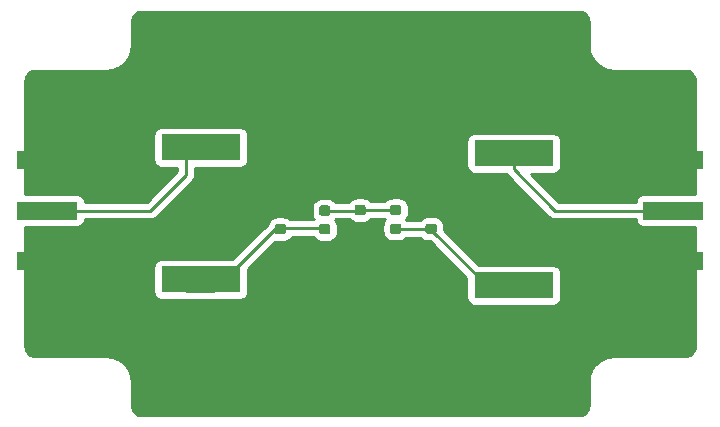
<source format=gtl>
G04 #@! TF.GenerationSoftware,KiCad,Pcbnew,(5.1.0)-1*
G04 #@! TF.CreationDate,2019-05-10T18:53:53+02:00*
G04 #@! TF.ProjectId,30mhzLP,33306d68-7a4c-4502-9e6b-696361645f70,rev?*
G04 #@! TF.SameCoordinates,Original*
G04 #@! TF.FileFunction,Copper,L1,Top*
G04 #@! TF.FilePolarity,Positive*
%FSLAX46Y46*%
G04 Gerber Fmt 4.6, Leading zero omitted, Abs format (unit mm)*
G04 Created by KiCad (PCBNEW (5.1.0)-1) date 2019-05-10 18:53:53*
%MOMM*%
%LPD*%
G04 APERTURE LIST*
%ADD10R,6.730000X2.160000*%
%ADD11C,0.100000*%
%ADD12C,0.875000*%
%ADD13R,5.080000X1.500000*%
%ADD14C,0.800000*%
%ADD15C,0.250000*%
%ADD16C,0.254000*%
G04 APERTURE END LIST*
D10*
X158000000Y-107660000D03*
X158000000Y-118840000D03*
X131500000Y-118340000D03*
X131500000Y-107160000D03*
D11*
G36*
X148277691Y-113601053D02*
G01*
X148298926Y-113604203D01*
X148319750Y-113609419D01*
X148339962Y-113616651D01*
X148359368Y-113625830D01*
X148377781Y-113636866D01*
X148395024Y-113649654D01*
X148410930Y-113664070D01*
X148425346Y-113679976D01*
X148438134Y-113697219D01*
X148449170Y-113715632D01*
X148458349Y-113735038D01*
X148465581Y-113755250D01*
X148470797Y-113776074D01*
X148473947Y-113797309D01*
X148475000Y-113818750D01*
X148475000Y-114256250D01*
X148473947Y-114277691D01*
X148470797Y-114298926D01*
X148465581Y-114319750D01*
X148458349Y-114339962D01*
X148449170Y-114359368D01*
X148438134Y-114377781D01*
X148425346Y-114395024D01*
X148410930Y-114410930D01*
X148395024Y-114425346D01*
X148377781Y-114438134D01*
X148359368Y-114449170D01*
X148339962Y-114458349D01*
X148319750Y-114465581D01*
X148298926Y-114470797D01*
X148277691Y-114473947D01*
X148256250Y-114475000D01*
X147743750Y-114475000D01*
X147722309Y-114473947D01*
X147701074Y-114470797D01*
X147680250Y-114465581D01*
X147660038Y-114458349D01*
X147640632Y-114449170D01*
X147622219Y-114438134D01*
X147604976Y-114425346D01*
X147589070Y-114410930D01*
X147574654Y-114395024D01*
X147561866Y-114377781D01*
X147550830Y-114359368D01*
X147541651Y-114339962D01*
X147534419Y-114319750D01*
X147529203Y-114298926D01*
X147526053Y-114277691D01*
X147525000Y-114256250D01*
X147525000Y-113818750D01*
X147526053Y-113797309D01*
X147529203Y-113776074D01*
X147534419Y-113755250D01*
X147541651Y-113735038D01*
X147550830Y-113715632D01*
X147561866Y-113697219D01*
X147574654Y-113679976D01*
X147589070Y-113664070D01*
X147604976Y-113649654D01*
X147622219Y-113636866D01*
X147640632Y-113625830D01*
X147660038Y-113616651D01*
X147680250Y-113609419D01*
X147701074Y-113604203D01*
X147722309Y-113601053D01*
X147743750Y-113600000D01*
X148256250Y-113600000D01*
X148277691Y-113601053D01*
X148277691Y-113601053D01*
G37*
D12*
X148000000Y-114037500D03*
D11*
G36*
X148277691Y-112026053D02*
G01*
X148298926Y-112029203D01*
X148319750Y-112034419D01*
X148339962Y-112041651D01*
X148359368Y-112050830D01*
X148377781Y-112061866D01*
X148395024Y-112074654D01*
X148410930Y-112089070D01*
X148425346Y-112104976D01*
X148438134Y-112122219D01*
X148449170Y-112140632D01*
X148458349Y-112160038D01*
X148465581Y-112180250D01*
X148470797Y-112201074D01*
X148473947Y-112222309D01*
X148475000Y-112243750D01*
X148475000Y-112681250D01*
X148473947Y-112702691D01*
X148470797Y-112723926D01*
X148465581Y-112744750D01*
X148458349Y-112764962D01*
X148449170Y-112784368D01*
X148438134Y-112802781D01*
X148425346Y-112820024D01*
X148410930Y-112835930D01*
X148395024Y-112850346D01*
X148377781Y-112863134D01*
X148359368Y-112874170D01*
X148339962Y-112883349D01*
X148319750Y-112890581D01*
X148298926Y-112895797D01*
X148277691Y-112898947D01*
X148256250Y-112900000D01*
X147743750Y-112900000D01*
X147722309Y-112898947D01*
X147701074Y-112895797D01*
X147680250Y-112890581D01*
X147660038Y-112883349D01*
X147640632Y-112874170D01*
X147622219Y-112863134D01*
X147604976Y-112850346D01*
X147589070Y-112835930D01*
X147574654Y-112820024D01*
X147561866Y-112802781D01*
X147550830Y-112784368D01*
X147541651Y-112764962D01*
X147534419Y-112744750D01*
X147529203Y-112723926D01*
X147526053Y-112702691D01*
X147525000Y-112681250D01*
X147525000Y-112243750D01*
X147526053Y-112222309D01*
X147529203Y-112201074D01*
X147534419Y-112180250D01*
X147541651Y-112160038D01*
X147550830Y-112140632D01*
X147561866Y-112122219D01*
X147574654Y-112104976D01*
X147589070Y-112089070D01*
X147604976Y-112074654D01*
X147622219Y-112061866D01*
X147640632Y-112050830D01*
X147660038Y-112041651D01*
X147680250Y-112034419D01*
X147701074Y-112029203D01*
X147722309Y-112026053D01*
X147743750Y-112025000D01*
X148256250Y-112025000D01*
X148277691Y-112026053D01*
X148277691Y-112026053D01*
G37*
D12*
X148000000Y-112462500D03*
D11*
G36*
X142277691Y-112063553D02*
G01*
X142298926Y-112066703D01*
X142319750Y-112071919D01*
X142339962Y-112079151D01*
X142359368Y-112088330D01*
X142377781Y-112099366D01*
X142395024Y-112112154D01*
X142410930Y-112126570D01*
X142425346Y-112142476D01*
X142438134Y-112159719D01*
X142449170Y-112178132D01*
X142458349Y-112197538D01*
X142465581Y-112217750D01*
X142470797Y-112238574D01*
X142473947Y-112259809D01*
X142475000Y-112281250D01*
X142475000Y-112718750D01*
X142473947Y-112740191D01*
X142470797Y-112761426D01*
X142465581Y-112782250D01*
X142458349Y-112802462D01*
X142449170Y-112821868D01*
X142438134Y-112840281D01*
X142425346Y-112857524D01*
X142410930Y-112873430D01*
X142395024Y-112887846D01*
X142377781Y-112900634D01*
X142359368Y-112911670D01*
X142339962Y-112920849D01*
X142319750Y-112928081D01*
X142298926Y-112933297D01*
X142277691Y-112936447D01*
X142256250Y-112937500D01*
X141743750Y-112937500D01*
X141722309Y-112936447D01*
X141701074Y-112933297D01*
X141680250Y-112928081D01*
X141660038Y-112920849D01*
X141640632Y-112911670D01*
X141622219Y-112900634D01*
X141604976Y-112887846D01*
X141589070Y-112873430D01*
X141574654Y-112857524D01*
X141561866Y-112840281D01*
X141550830Y-112821868D01*
X141541651Y-112802462D01*
X141534419Y-112782250D01*
X141529203Y-112761426D01*
X141526053Y-112740191D01*
X141525000Y-112718750D01*
X141525000Y-112281250D01*
X141526053Y-112259809D01*
X141529203Y-112238574D01*
X141534419Y-112217750D01*
X141541651Y-112197538D01*
X141550830Y-112178132D01*
X141561866Y-112159719D01*
X141574654Y-112142476D01*
X141589070Y-112126570D01*
X141604976Y-112112154D01*
X141622219Y-112099366D01*
X141640632Y-112088330D01*
X141660038Y-112079151D01*
X141680250Y-112071919D01*
X141701074Y-112066703D01*
X141722309Y-112063553D01*
X141743750Y-112062500D01*
X142256250Y-112062500D01*
X142277691Y-112063553D01*
X142277691Y-112063553D01*
G37*
D12*
X142000000Y-112500000D03*
D11*
G36*
X142277691Y-113638553D02*
G01*
X142298926Y-113641703D01*
X142319750Y-113646919D01*
X142339962Y-113654151D01*
X142359368Y-113663330D01*
X142377781Y-113674366D01*
X142395024Y-113687154D01*
X142410930Y-113701570D01*
X142425346Y-113717476D01*
X142438134Y-113734719D01*
X142449170Y-113753132D01*
X142458349Y-113772538D01*
X142465581Y-113792750D01*
X142470797Y-113813574D01*
X142473947Y-113834809D01*
X142475000Y-113856250D01*
X142475000Y-114293750D01*
X142473947Y-114315191D01*
X142470797Y-114336426D01*
X142465581Y-114357250D01*
X142458349Y-114377462D01*
X142449170Y-114396868D01*
X142438134Y-114415281D01*
X142425346Y-114432524D01*
X142410930Y-114448430D01*
X142395024Y-114462846D01*
X142377781Y-114475634D01*
X142359368Y-114486670D01*
X142339962Y-114495849D01*
X142319750Y-114503081D01*
X142298926Y-114508297D01*
X142277691Y-114511447D01*
X142256250Y-114512500D01*
X141743750Y-114512500D01*
X141722309Y-114511447D01*
X141701074Y-114508297D01*
X141680250Y-114503081D01*
X141660038Y-114495849D01*
X141640632Y-114486670D01*
X141622219Y-114475634D01*
X141604976Y-114462846D01*
X141589070Y-114448430D01*
X141574654Y-114432524D01*
X141561866Y-114415281D01*
X141550830Y-114396868D01*
X141541651Y-114377462D01*
X141534419Y-114357250D01*
X141529203Y-114336426D01*
X141526053Y-114315191D01*
X141525000Y-114293750D01*
X141525000Y-113856250D01*
X141526053Y-113834809D01*
X141529203Y-113813574D01*
X141534419Y-113792750D01*
X141541651Y-113772538D01*
X141550830Y-113753132D01*
X141561866Y-113734719D01*
X141574654Y-113717476D01*
X141589070Y-113701570D01*
X141604976Y-113687154D01*
X141622219Y-113674366D01*
X141640632Y-113663330D01*
X141660038Y-113654151D01*
X141680250Y-113646919D01*
X141701074Y-113641703D01*
X141722309Y-113638553D01*
X141743750Y-113637500D01*
X142256250Y-113637500D01*
X142277691Y-113638553D01*
X142277691Y-113638553D01*
G37*
D12*
X142000000Y-114075000D03*
D13*
X171500000Y-112500000D03*
X171500000Y-108250000D03*
X171500000Y-116750000D03*
X118500000Y-112500000D03*
X118500000Y-116750000D03*
X118500000Y-108250000D03*
D11*
G36*
X151277691Y-112026053D02*
G01*
X151298926Y-112029203D01*
X151319750Y-112034419D01*
X151339962Y-112041651D01*
X151359368Y-112050830D01*
X151377781Y-112061866D01*
X151395024Y-112074654D01*
X151410930Y-112089070D01*
X151425346Y-112104976D01*
X151438134Y-112122219D01*
X151449170Y-112140632D01*
X151458349Y-112160038D01*
X151465581Y-112180250D01*
X151470797Y-112201074D01*
X151473947Y-112222309D01*
X151475000Y-112243750D01*
X151475000Y-112681250D01*
X151473947Y-112702691D01*
X151470797Y-112723926D01*
X151465581Y-112744750D01*
X151458349Y-112764962D01*
X151449170Y-112784368D01*
X151438134Y-112802781D01*
X151425346Y-112820024D01*
X151410930Y-112835930D01*
X151395024Y-112850346D01*
X151377781Y-112863134D01*
X151359368Y-112874170D01*
X151339962Y-112883349D01*
X151319750Y-112890581D01*
X151298926Y-112895797D01*
X151277691Y-112898947D01*
X151256250Y-112900000D01*
X150743750Y-112900000D01*
X150722309Y-112898947D01*
X150701074Y-112895797D01*
X150680250Y-112890581D01*
X150660038Y-112883349D01*
X150640632Y-112874170D01*
X150622219Y-112863134D01*
X150604976Y-112850346D01*
X150589070Y-112835930D01*
X150574654Y-112820024D01*
X150561866Y-112802781D01*
X150550830Y-112784368D01*
X150541651Y-112764962D01*
X150534419Y-112744750D01*
X150529203Y-112723926D01*
X150526053Y-112702691D01*
X150525000Y-112681250D01*
X150525000Y-112243750D01*
X150526053Y-112222309D01*
X150529203Y-112201074D01*
X150534419Y-112180250D01*
X150541651Y-112160038D01*
X150550830Y-112140632D01*
X150561866Y-112122219D01*
X150574654Y-112104976D01*
X150589070Y-112089070D01*
X150604976Y-112074654D01*
X150622219Y-112061866D01*
X150640632Y-112050830D01*
X150660038Y-112041651D01*
X150680250Y-112034419D01*
X150701074Y-112029203D01*
X150722309Y-112026053D01*
X150743750Y-112025000D01*
X151256250Y-112025000D01*
X151277691Y-112026053D01*
X151277691Y-112026053D01*
G37*
D12*
X151000000Y-112462500D03*
D11*
G36*
X151277691Y-113601053D02*
G01*
X151298926Y-113604203D01*
X151319750Y-113609419D01*
X151339962Y-113616651D01*
X151359368Y-113625830D01*
X151377781Y-113636866D01*
X151395024Y-113649654D01*
X151410930Y-113664070D01*
X151425346Y-113679976D01*
X151438134Y-113697219D01*
X151449170Y-113715632D01*
X151458349Y-113735038D01*
X151465581Y-113755250D01*
X151470797Y-113776074D01*
X151473947Y-113797309D01*
X151475000Y-113818750D01*
X151475000Y-114256250D01*
X151473947Y-114277691D01*
X151470797Y-114298926D01*
X151465581Y-114319750D01*
X151458349Y-114339962D01*
X151449170Y-114359368D01*
X151438134Y-114377781D01*
X151425346Y-114395024D01*
X151410930Y-114410930D01*
X151395024Y-114425346D01*
X151377781Y-114438134D01*
X151359368Y-114449170D01*
X151339962Y-114458349D01*
X151319750Y-114465581D01*
X151298926Y-114470797D01*
X151277691Y-114473947D01*
X151256250Y-114475000D01*
X150743750Y-114475000D01*
X150722309Y-114473947D01*
X150701074Y-114470797D01*
X150680250Y-114465581D01*
X150660038Y-114458349D01*
X150640632Y-114449170D01*
X150622219Y-114438134D01*
X150604976Y-114425346D01*
X150589070Y-114410930D01*
X150574654Y-114395024D01*
X150561866Y-114377781D01*
X150550830Y-114359368D01*
X150541651Y-114339962D01*
X150534419Y-114319750D01*
X150529203Y-114298926D01*
X150526053Y-114277691D01*
X150525000Y-114256250D01*
X150525000Y-113818750D01*
X150526053Y-113797309D01*
X150529203Y-113776074D01*
X150534419Y-113755250D01*
X150541651Y-113735038D01*
X150550830Y-113715632D01*
X150561866Y-113697219D01*
X150574654Y-113679976D01*
X150589070Y-113664070D01*
X150604976Y-113649654D01*
X150622219Y-113636866D01*
X150640632Y-113625830D01*
X150660038Y-113616651D01*
X150680250Y-113609419D01*
X150701074Y-113604203D01*
X150722309Y-113601053D01*
X150743750Y-113600000D01*
X151256250Y-113600000D01*
X151277691Y-113601053D01*
X151277691Y-113601053D01*
G37*
D12*
X151000000Y-114037500D03*
D11*
G36*
X145277691Y-113601053D02*
G01*
X145298926Y-113604203D01*
X145319750Y-113609419D01*
X145339962Y-113616651D01*
X145359368Y-113625830D01*
X145377781Y-113636866D01*
X145395024Y-113649654D01*
X145410930Y-113664070D01*
X145425346Y-113679976D01*
X145438134Y-113697219D01*
X145449170Y-113715632D01*
X145458349Y-113735038D01*
X145465581Y-113755250D01*
X145470797Y-113776074D01*
X145473947Y-113797309D01*
X145475000Y-113818750D01*
X145475000Y-114256250D01*
X145473947Y-114277691D01*
X145470797Y-114298926D01*
X145465581Y-114319750D01*
X145458349Y-114339962D01*
X145449170Y-114359368D01*
X145438134Y-114377781D01*
X145425346Y-114395024D01*
X145410930Y-114410930D01*
X145395024Y-114425346D01*
X145377781Y-114438134D01*
X145359368Y-114449170D01*
X145339962Y-114458349D01*
X145319750Y-114465581D01*
X145298926Y-114470797D01*
X145277691Y-114473947D01*
X145256250Y-114475000D01*
X144743750Y-114475000D01*
X144722309Y-114473947D01*
X144701074Y-114470797D01*
X144680250Y-114465581D01*
X144660038Y-114458349D01*
X144640632Y-114449170D01*
X144622219Y-114438134D01*
X144604976Y-114425346D01*
X144589070Y-114410930D01*
X144574654Y-114395024D01*
X144561866Y-114377781D01*
X144550830Y-114359368D01*
X144541651Y-114339962D01*
X144534419Y-114319750D01*
X144529203Y-114298926D01*
X144526053Y-114277691D01*
X144525000Y-114256250D01*
X144525000Y-113818750D01*
X144526053Y-113797309D01*
X144529203Y-113776074D01*
X144534419Y-113755250D01*
X144541651Y-113735038D01*
X144550830Y-113715632D01*
X144561866Y-113697219D01*
X144574654Y-113679976D01*
X144589070Y-113664070D01*
X144604976Y-113649654D01*
X144622219Y-113636866D01*
X144640632Y-113625830D01*
X144660038Y-113616651D01*
X144680250Y-113609419D01*
X144701074Y-113604203D01*
X144722309Y-113601053D01*
X144743750Y-113600000D01*
X145256250Y-113600000D01*
X145277691Y-113601053D01*
X145277691Y-113601053D01*
G37*
D12*
X145000000Y-114037500D03*
D11*
G36*
X145277691Y-112026053D02*
G01*
X145298926Y-112029203D01*
X145319750Y-112034419D01*
X145339962Y-112041651D01*
X145359368Y-112050830D01*
X145377781Y-112061866D01*
X145395024Y-112074654D01*
X145410930Y-112089070D01*
X145425346Y-112104976D01*
X145438134Y-112122219D01*
X145449170Y-112140632D01*
X145458349Y-112160038D01*
X145465581Y-112180250D01*
X145470797Y-112201074D01*
X145473947Y-112222309D01*
X145475000Y-112243750D01*
X145475000Y-112681250D01*
X145473947Y-112702691D01*
X145470797Y-112723926D01*
X145465581Y-112744750D01*
X145458349Y-112764962D01*
X145449170Y-112784368D01*
X145438134Y-112802781D01*
X145425346Y-112820024D01*
X145410930Y-112835930D01*
X145395024Y-112850346D01*
X145377781Y-112863134D01*
X145359368Y-112874170D01*
X145339962Y-112883349D01*
X145319750Y-112890581D01*
X145298926Y-112895797D01*
X145277691Y-112898947D01*
X145256250Y-112900000D01*
X144743750Y-112900000D01*
X144722309Y-112898947D01*
X144701074Y-112895797D01*
X144680250Y-112890581D01*
X144660038Y-112883349D01*
X144640632Y-112874170D01*
X144622219Y-112863134D01*
X144604976Y-112850346D01*
X144589070Y-112835930D01*
X144574654Y-112820024D01*
X144561866Y-112802781D01*
X144550830Y-112784368D01*
X144541651Y-112764962D01*
X144534419Y-112744750D01*
X144529203Y-112723926D01*
X144526053Y-112702691D01*
X144525000Y-112681250D01*
X144525000Y-112243750D01*
X144526053Y-112222309D01*
X144529203Y-112201074D01*
X144534419Y-112180250D01*
X144541651Y-112160038D01*
X144550830Y-112140632D01*
X144561866Y-112122219D01*
X144574654Y-112104976D01*
X144589070Y-112089070D01*
X144604976Y-112074654D01*
X144622219Y-112061866D01*
X144640632Y-112050830D01*
X144660038Y-112041651D01*
X144680250Y-112034419D01*
X144701074Y-112029203D01*
X144722309Y-112026053D01*
X144743750Y-112025000D01*
X145256250Y-112025000D01*
X145277691Y-112026053D01*
X145277691Y-112026053D01*
G37*
D12*
X145000000Y-112462500D03*
D11*
G36*
X138527691Y-112063553D02*
G01*
X138548926Y-112066703D01*
X138569750Y-112071919D01*
X138589962Y-112079151D01*
X138609368Y-112088330D01*
X138627781Y-112099366D01*
X138645024Y-112112154D01*
X138660930Y-112126570D01*
X138675346Y-112142476D01*
X138688134Y-112159719D01*
X138699170Y-112178132D01*
X138708349Y-112197538D01*
X138715581Y-112217750D01*
X138720797Y-112238574D01*
X138723947Y-112259809D01*
X138725000Y-112281250D01*
X138725000Y-112718750D01*
X138723947Y-112740191D01*
X138720797Y-112761426D01*
X138715581Y-112782250D01*
X138708349Y-112802462D01*
X138699170Y-112821868D01*
X138688134Y-112840281D01*
X138675346Y-112857524D01*
X138660930Y-112873430D01*
X138645024Y-112887846D01*
X138627781Y-112900634D01*
X138609368Y-112911670D01*
X138589962Y-112920849D01*
X138569750Y-112928081D01*
X138548926Y-112933297D01*
X138527691Y-112936447D01*
X138506250Y-112937500D01*
X137993750Y-112937500D01*
X137972309Y-112936447D01*
X137951074Y-112933297D01*
X137930250Y-112928081D01*
X137910038Y-112920849D01*
X137890632Y-112911670D01*
X137872219Y-112900634D01*
X137854976Y-112887846D01*
X137839070Y-112873430D01*
X137824654Y-112857524D01*
X137811866Y-112840281D01*
X137800830Y-112821868D01*
X137791651Y-112802462D01*
X137784419Y-112782250D01*
X137779203Y-112761426D01*
X137776053Y-112740191D01*
X137775000Y-112718750D01*
X137775000Y-112281250D01*
X137776053Y-112259809D01*
X137779203Y-112238574D01*
X137784419Y-112217750D01*
X137791651Y-112197538D01*
X137800830Y-112178132D01*
X137811866Y-112159719D01*
X137824654Y-112142476D01*
X137839070Y-112126570D01*
X137854976Y-112112154D01*
X137872219Y-112099366D01*
X137890632Y-112088330D01*
X137910038Y-112079151D01*
X137930250Y-112071919D01*
X137951074Y-112066703D01*
X137972309Y-112063553D01*
X137993750Y-112062500D01*
X138506250Y-112062500D01*
X138527691Y-112063553D01*
X138527691Y-112063553D01*
G37*
D12*
X138250000Y-112500000D03*
D11*
G36*
X138527691Y-113638553D02*
G01*
X138548926Y-113641703D01*
X138569750Y-113646919D01*
X138589962Y-113654151D01*
X138609368Y-113663330D01*
X138627781Y-113674366D01*
X138645024Y-113687154D01*
X138660930Y-113701570D01*
X138675346Y-113717476D01*
X138688134Y-113734719D01*
X138699170Y-113753132D01*
X138708349Y-113772538D01*
X138715581Y-113792750D01*
X138720797Y-113813574D01*
X138723947Y-113834809D01*
X138725000Y-113856250D01*
X138725000Y-114293750D01*
X138723947Y-114315191D01*
X138720797Y-114336426D01*
X138715581Y-114357250D01*
X138708349Y-114377462D01*
X138699170Y-114396868D01*
X138688134Y-114415281D01*
X138675346Y-114432524D01*
X138660930Y-114448430D01*
X138645024Y-114462846D01*
X138627781Y-114475634D01*
X138609368Y-114486670D01*
X138589962Y-114495849D01*
X138569750Y-114503081D01*
X138548926Y-114508297D01*
X138527691Y-114511447D01*
X138506250Y-114512500D01*
X137993750Y-114512500D01*
X137972309Y-114511447D01*
X137951074Y-114508297D01*
X137930250Y-114503081D01*
X137910038Y-114495849D01*
X137890632Y-114486670D01*
X137872219Y-114475634D01*
X137854976Y-114462846D01*
X137839070Y-114448430D01*
X137824654Y-114432524D01*
X137811866Y-114415281D01*
X137800830Y-114396868D01*
X137791651Y-114377462D01*
X137784419Y-114357250D01*
X137779203Y-114336426D01*
X137776053Y-114315191D01*
X137775000Y-114293750D01*
X137775000Y-113856250D01*
X137776053Y-113834809D01*
X137779203Y-113813574D01*
X137784419Y-113792750D01*
X137791651Y-113772538D01*
X137800830Y-113753132D01*
X137811866Y-113734719D01*
X137824654Y-113717476D01*
X137839070Y-113701570D01*
X137854976Y-113687154D01*
X137872219Y-113674366D01*
X137890632Y-113663330D01*
X137910038Y-113654151D01*
X137930250Y-113646919D01*
X137951074Y-113641703D01*
X137972309Y-113638553D01*
X137993750Y-113637500D01*
X138506250Y-113637500D01*
X138527691Y-113638553D01*
X138527691Y-113638553D01*
G37*
D12*
X138250000Y-114075000D03*
D14*
X162000000Y-97000000D03*
X164000000Y-101000000D03*
X168000000Y-102000000D03*
X172000000Y-102000000D03*
X172000000Y-106000000D03*
X169000000Y-106000000D03*
X167000000Y-108000000D03*
X167000000Y-111000000D03*
X164000000Y-111000000D03*
X164000000Y-114000000D03*
X167000000Y-114000000D03*
X167000000Y-117000000D03*
X169000000Y-119000000D03*
X172000000Y-119000000D03*
X172000000Y-123000000D03*
X166000000Y-123000000D03*
X163000000Y-125000000D03*
X163000000Y-129000000D03*
X159000000Y-129000000D03*
X155000000Y-129000000D03*
X151000000Y-129000000D03*
X147000000Y-129000000D03*
X143000000Y-129000000D03*
X139000000Y-129000000D03*
X135000000Y-129000000D03*
X131000000Y-129000000D03*
X127000000Y-129000000D03*
X126000000Y-126000000D03*
X124000000Y-124000000D03*
X120000000Y-124000000D03*
X117000000Y-123000000D03*
X117000000Y-119000000D03*
X120000000Y-119000000D03*
X123000000Y-117000000D03*
X123000000Y-114000000D03*
X126000000Y-114000000D03*
X126000000Y-111000000D03*
X123000000Y-111000000D03*
X123000000Y-108000000D03*
X120000000Y-106000000D03*
X117000000Y-106000000D03*
X117000000Y-102000000D03*
X120000000Y-101000000D03*
X124000000Y-101000000D03*
X126000000Y-99000000D03*
X127000000Y-96000000D03*
X131000000Y-96000000D03*
X135000000Y-96000000D03*
X139000000Y-96000000D03*
X143000000Y-96000000D03*
X147000000Y-96000000D03*
X151000000Y-96000000D03*
X155000000Y-96000000D03*
X159000000Y-96000000D03*
X151000000Y-111000000D03*
X145000000Y-115500000D03*
X138000000Y-111000000D03*
X117000000Y-115000000D03*
X120000000Y-115000000D03*
X120000000Y-110000000D03*
X117000000Y-110000000D03*
X170000000Y-110000000D03*
X173000000Y-110000000D03*
X173000000Y-115000000D03*
X170000000Y-115000000D03*
D15*
X137800000Y-114075000D02*
X138250000Y-114075000D01*
X132535000Y-119340000D02*
X137800000Y-114075000D01*
X130250000Y-119340000D02*
X132535000Y-119340000D01*
X141925000Y-114000000D02*
X142000000Y-114075000D01*
X138250000Y-114075000D02*
X138325000Y-114000000D01*
X138325000Y-114000000D02*
X141925000Y-114000000D01*
X144962500Y-112500000D02*
X145000000Y-112462500D01*
X142000000Y-112500000D02*
X144962500Y-112500000D01*
X145000000Y-112462500D02*
X148000000Y-112462500D01*
X148000000Y-114037500D02*
X150750000Y-114037500D01*
X150912500Y-114037500D02*
X150750000Y-114037500D01*
X155715000Y-118840000D02*
X150912500Y-114037500D01*
X158000000Y-118840000D02*
X155715000Y-118840000D01*
X130250000Y-109490000D02*
X130250000Y-108160000D01*
X127240000Y-112500000D02*
X130250000Y-109490000D01*
X118500000Y-112500000D02*
X124240000Y-112500000D01*
X127240000Y-112500000D02*
X124500000Y-112500000D01*
X124500000Y-112500000D02*
X124000000Y-112500000D01*
X158000000Y-108990000D02*
X158000000Y-107660000D01*
X161510000Y-112500000D02*
X158000000Y-108990000D01*
X169500000Y-112500000D02*
X161510000Y-112500000D01*
X166500000Y-112500000D02*
X173500000Y-112500000D01*
D16*
G36*
X163662540Y-95679102D02*
G01*
X163818894Y-95726308D01*
X163963096Y-95802982D01*
X164089663Y-95906207D01*
X164193769Y-96032051D01*
X164271447Y-96175711D01*
X164319742Y-96331729D01*
X164340000Y-96524473D01*
X164340001Y-98532419D01*
X164342818Y-98561018D01*
X164342753Y-98570288D01*
X164343652Y-98579460D01*
X164374252Y-98870605D01*
X164386283Y-98929217D01*
X164397489Y-98987963D01*
X164400153Y-98996784D01*
X164486721Y-99276440D01*
X164509899Y-99331578D01*
X164532311Y-99387050D01*
X164536638Y-99395186D01*
X164675877Y-99652702D01*
X164709304Y-99702259D01*
X164742080Y-99752347D01*
X164747905Y-99759488D01*
X164934510Y-99985056D01*
X164976965Y-100027215D01*
X165018809Y-100069945D01*
X165025909Y-100075819D01*
X165252773Y-100260845D01*
X165302566Y-100293927D01*
X165351955Y-100327745D01*
X165360061Y-100332127D01*
X165618542Y-100469564D01*
X165673836Y-100492355D01*
X165728829Y-100515925D01*
X165737632Y-100518650D01*
X166017887Y-100603264D01*
X166076564Y-100614882D01*
X166135079Y-100627320D01*
X166144242Y-100628283D01*
X166144244Y-100628283D01*
X166435596Y-100656850D01*
X166435598Y-100656850D01*
X166467581Y-100660000D01*
X172467723Y-100660000D01*
X172662540Y-100679102D01*
X172818894Y-100726308D01*
X172963096Y-100802982D01*
X173089663Y-100906207D01*
X173193769Y-101032051D01*
X173271447Y-101175711D01*
X173319742Y-101331729D01*
X173340000Y-101524473D01*
X173340000Y-111111928D01*
X168960000Y-111111928D01*
X168835518Y-111124188D01*
X168715820Y-111160498D01*
X168605506Y-111219463D01*
X168508815Y-111298815D01*
X168429463Y-111395506D01*
X168370498Y-111505820D01*
X168334188Y-111625518D01*
X168322913Y-111740000D01*
X161824802Y-111740000D01*
X159462873Y-109378072D01*
X161365000Y-109378072D01*
X161489482Y-109365812D01*
X161609180Y-109329502D01*
X161719494Y-109270537D01*
X161816185Y-109191185D01*
X161895537Y-109094494D01*
X161954502Y-108984180D01*
X161990812Y-108864482D01*
X162003072Y-108740000D01*
X162003072Y-106580000D01*
X161990812Y-106455518D01*
X161954502Y-106335820D01*
X161895537Y-106225506D01*
X161816185Y-106128815D01*
X161719494Y-106049463D01*
X161609180Y-105990498D01*
X161489482Y-105954188D01*
X161365000Y-105941928D01*
X154635000Y-105941928D01*
X154510518Y-105954188D01*
X154390820Y-105990498D01*
X154280506Y-106049463D01*
X154183815Y-106128815D01*
X154104463Y-106225506D01*
X154045498Y-106335820D01*
X154009188Y-106455518D01*
X153996928Y-106580000D01*
X153996928Y-108740000D01*
X154009188Y-108864482D01*
X154045498Y-108984180D01*
X154104463Y-109094494D01*
X154183815Y-109191185D01*
X154280506Y-109270537D01*
X154390820Y-109329502D01*
X154510518Y-109365812D01*
X154635000Y-109378072D01*
X157345674Y-109378072D01*
X157365026Y-109414276D01*
X157404871Y-109462826D01*
X157459999Y-109530001D01*
X157489003Y-109553804D01*
X160946201Y-113011003D01*
X160969999Y-113040001D01*
X160998997Y-113063799D01*
X161085724Y-113134974D01*
X161217753Y-113205546D01*
X161361014Y-113249003D01*
X161510000Y-113263677D01*
X161547333Y-113260000D01*
X168322913Y-113260000D01*
X168334188Y-113374482D01*
X168370498Y-113494180D01*
X168429463Y-113604494D01*
X168508815Y-113701185D01*
X168605506Y-113780537D01*
X168715820Y-113839502D01*
X168835518Y-113875812D01*
X168960000Y-113888072D01*
X173340001Y-113888072D01*
X173340001Y-123967712D01*
X173320898Y-124162540D01*
X173273692Y-124318895D01*
X173197018Y-124463096D01*
X173093792Y-124589664D01*
X172967951Y-124693768D01*
X172824289Y-124771447D01*
X172668271Y-124819742D01*
X172475527Y-124840000D01*
X166467581Y-124840000D01*
X166438972Y-124842818D01*
X166429712Y-124842753D01*
X166420541Y-124843652D01*
X166129395Y-124874252D01*
X166070753Y-124886290D01*
X166012037Y-124897490D01*
X166003216Y-124900153D01*
X165723560Y-124986721D01*
X165668422Y-125009899D01*
X165612950Y-125032311D01*
X165604819Y-125036635D01*
X165604815Y-125036637D01*
X165604814Y-125036638D01*
X165347298Y-125175877D01*
X165297749Y-125209299D01*
X165247653Y-125242080D01*
X165240512Y-125247905D01*
X165014945Y-125434510D01*
X164972804Y-125476946D01*
X164930055Y-125518809D01*
X164924181Y-125525909D01*
X164739155Y-125752773D01*
X164706055Y-125802592D01*
X164672256Y-125851955D01*
X164667873Y-125860061D01*
X164530436Y-126118542D01*
X164507645Y-126173836D01*
X164484075Y-126228829D01*
X164481350Y-126237632D01*
X164396736Y-126517886D01*
X164385116Y-126576571D01*
X164372680Y-126635079D01*
X164371717Y-126644244D01*
X164343150Y-126935596D01*
X164343150Y-126935608D01*
X164340001Y-126967581D01*
X164340000Y-128967722D01*
X164320898Y-129162540D01*
X164273692Y-129318895D01*
X164197018Y-129463096D01*
X164093792Y-129589664D01*
X163967951Y-129693768D01*
X163824289Y-129771447D01*
X163668271Y-129819742D01*
X163475527Y-129840000D01*
X126532277Y-129840000D01*
X126337460Y-129820898D01*
X126181105Y-129773692D01*
X126036904Y-129697018D01*
X125910336Y-129593792D01*
X125806232Y-129467951D01*
X125728553Y-129324289D01*
X125680258Y-129168271D01*
X125660000Y-128975527D01*
X125660000Y-126967581D01*
X125657182Y-126938972D01*
X125657247Y-126929712D01*
X125656348Y-126920541D01*
X125625748Y-126629395D01*
X125613710Y-126570753D01*
X125602510Y-126512037D01*
X125599847Y-126503216D01*
X125513279Y-126223560D01*
X125490101Y-126168422D01*
X125467689Y-126112950D01*
X125463362Y-126104814D01*
X125324123Y-125847298D01*
X125290701Y-125797749D01*
X125257920Y-125747653D01*
X125252095Y-125740512D01*
X125065490Y-125514945D01*
X125023054Y-125472804D01*
X124981191Y-125430055D01*
X124974091Y-125424181D01*
X124747227Y-125239155D01*
X124697408Y-125206055D01*
X124648045Y-125172256D01*
X124639939Y-125167873D01*
X124381458Y-125030436D01*
X124326164Y-125007645D01*
X124271171Y-124984075D01*
X124262368Y-124981350D01*
X123982114Y-124896736D01*
X123923429Y-124885116D01*
X123864921Y-124872680D01*
X123855758Y-124871717D01*
X123855756Y-124871717D01*
X123564404Y-124843150D01*
X123564402Y-124843150D01*
X123532419Y-124840000D01*
X117532277Y-124840000D01*
X117337460Y-124820898D01*
X117181105Y-124773692D01*
X117036904Y-124697018D01*
X116910336Y-124593792D01*
X116806232Y-124467951D01*
X116728553Y-124324289D01*
X116680258Y-124168271D01*
X116660000Y-123975527D01*
X116660000Y-117260000D01*
X127496928Y-117260000D01*
X127496928Y-119420000D01*
X127509188Y-119544482D01*
X127545498Y-119664180D01*
X127604463Y-119774494D01*
X127683815Y-119871185D01*
X127780506Y-119950537D01*
X127890820Y-120009502D01*
X128010518Y-120045812D01*
X128135000Y-120058072D01*
X129999046Y-120058072D01*
X130101014Y-120089003D01*
X130212667Y-120100000D01*
X132497678Y-120100000D01*
X132535000Y-120103676D01*
X132572322Y-120100000D01*
X132572333Y-120100000D01*
X132683986Y-120089003D01*
X132785954Y-120058072D01*
X134865000Y-120058072D01*
X134989482Y-120045812D01*
X135109180Y-120009502D01*
X135219494Y-119950537D01*
X135316185Y-119871185D01*
X135395537Y-119774494D01*
X135454502Y-119664180D01*
X135490812Y-119544482D01*
X135503072Y-119420000D01*
X135503072Y-117446730D01*
X137818231Y-115131572D01*
X137826592Y-115134108D01*
X137993750Y-115150572D01*
X138506250Y-115150572D01*
X138673408Y-115134108D01*
X138834142Y-115085350D01*
X138982275Y-115006171D01*
X139112115Y-114899615D01*
X139218671Y-114769775D01*
X139223896Y-114760000D01*
X141026104Y-114760000D01*
X141031329Y-114769775D01*
X141137885Y-114899615D01*
X141267725Y-115006171D01*
X141415858Y-115085350D01*
X141576592Y-115134108D01*
X141743750Y-115150572D01*
X142256250Y-115150572D01*
X142423408Y-115134108D01*
X142584142Y-115085350D01*
X142732275Y-115006171D01*
X142862115Y-114899615D01*
X142968671Y-114769775D01*
X143047850Y-114621642D01*
X143096608Y-114460908D01*
X143113072Y-114293750D01*
X143113072Y-113856250D01*
X143096608Y-113689092D01*
X143047850Y-113528358D01*
X142968671Y-113380225D01*
X142892574Y-113287500D01*
X142915143Y-113260000D01*
X144115632Y-113260000D01*
X144137885Y-113287115D01*
X144267725Y-113393671D01*
X144415858Y-113472850D01*
X144576592Y-113521608D01*
X144743750Y-113538072D01*
X145256250Y-113538072D01*
X145423408Y-113521608D01*
X145584142Y-113472850D01*
X145732275Y-113393671D01*
X145862115Y-113287115D01*
X145915143Y-113222500D01*
X147084857Y-113222500D01*
X147107426Y-113250000D01*
X147031329Y-113342725D01*
X146952150Y-113490858D01*
X146903392Y-113651592D01*
X146886928Y-113818750D01*
X146886928Y-114256250D01*
X146903392Y-114423408D01*
X146952150Y-114584142D01*
X147031329Y-114732275D01*
X147137885Y-114862115D01*
X147267725Y-114968671D01*
X147415858Y-115047850D01*
X147576592Y-115096608D01*
X147743750Y-115113072D01*
X148256250Y-115113072D01*
X148423408Y-115096608D01*
X148584142Y-115047850D01*
X148732275Y-114968671D01*
X148862115Y-114862115D01*
X148915143Y-114797500D01*
X150084857Y-114797500D01*
X150137885Y-114862115D01*
X150267725Y-114968671D01*
X150415858Y-115047850D01*
X150576592Y-115096608D01*
X150743750Y-115113072D01*
X150913271Y-115113072D01*
X153996928Y-118196730D01*
X153996928Y-119920000D01*
X154009188Y-120044482D01*
X154045498Y-120164180D01*
X154104463Y-120274494D01*
X154183815Y-120371185D01*
X154280506Y-120450537D01*
X154390820Y-120509502D01*
X154510518Y-120545812D01*
X154635000Y-120558072D01*
X161365000Y-120558072D01*
X161489482Y-120545812D01*
X161609180Y-120509502D01*
X161719494Y-120450537D01*
X161816185Y-120371185D01*
X161895537Y-120274494D01*
X161954502Y-120164180D01*
X161990812Y-120044482D01*
X162003072Y-119920000D01*
X162003072Y-117760000D01*
X161990812Y-117635518D01*
X161954502Y-117515820D01*
X161895537Y-117405506D01*
X161816185Y-117308815D01*
X161719494Y-117229463D01*
X161609180Y-117170498D01*
X161489482Y-117134188D01*
X161365000Y-117121928D01*
X155071730Y-117121928D01*
X152113072Y-114163271D01*
X152113072Y-113818750D01*
X152096608Y-113651592D01*
X152047850Y-113490858D01*
X151968671Y-113342725D01*
X151862115Y-113212885D01*
X151732275Y-113106329D01*
X151584142Y-113027150D01*
X151423408Y-112978392D01*
X151256250Y-112961928D01*
X150743750Y-112961928D01*
X150576592Y-112978392D01*
X150415858Y-113027150D01*
X150267725Y-113106329D01*
X150137885Y-113212885D01*
X150084857Y-113277500D01*
X148915143Y-113277500D01*
X148892574Y-113250000D01*
X148968671Y-113157275D01*
X149047850Y-113009142D01*
X149096608Y-112848408D01*
X149113072Y-112681250D01*
X149113072Y-112243750D01*
X149096608Y-112076592D01*
X149047850Y-111915858D01*
X148968671Y-111767725D01*
X148862115Y-111637885D01*
X148732275Y-111531329D01*
X148584142Y-111452150D01*
X148423408Y-111403392D01*
X148256250Y-111386928D01*
X147743750Y-111386928D01*
X147576592Y-111403392D01*
X147415858Y-111452150D01*
X147267725Y-111531329D01*
X147137885Y-111637885D01*
X147084857Y-111702500D01*
X145915143Y-111702500D01*
X145862115Y-111637885D01*
X145732275Y-111531329D01*
X145584142Y-111452150D01*
X145423408Y-111403392D01*
X145256250Y-111386928D01*
X144743750Y-111386928D01*
X144576592Y-111403392D01*
X144415858Y-111452150D01*
X144267725Y-111531329D01*
X144137885Y-111637885D01*
X144054082Y-111740000D01*
X142915143Y-111740000D01*
X142862115Y-111675385D01*
X142732275Y-111568829D01*
X142584142Y-111489650D01*
X142423408Y-111440892D01*
X142256250Y-111424428D01*
X141743750Y-111424428D01*
X141576592Y-111440892D01*
X141415858Y-111489650D01*
X141267725Y-111568829D01*
X141137885Y-111675385D01*
X141031329Y-111805225D01*
X140952150Y-111953358D01*
X140903392Y-112114092D01*
X140886928Y-112281250D01*
X140886928Y-112718750D01*
X140903392Y-112885908D01*
X140952150Y-113046642D01*
X141031329Y-113194775D01*
X141068444Y-113240000D01*
X139099461Y-113240000D01*
X138982275Y-113143829D01*
X138834142Y-113064650D01*
X138673408Y-113015892D01*
X138506250Y-112999428D01*
X137993750Y-112999428D01*
X137826592Y-113015892D01*
X137665858Y-113064650D01*
X137517725Y-113143829D01*
X137387885Y-113250385D01*
X137281329Y-113380225D01*
X137202150Y-113528358D01*
X137171805Y-113628392D01*
X134178270Y-116621928D01*
X128135000Y-116621928D01*
X128010518Y-116634188D01*
X127890820Y-116670498D01*
X127780506Y-116729463D01*
X127683815Y-116808815D01*
X127604463Y-116905506D01*
X127545498Y-117015820D01*
X127509188Y-117135518D01*
X127496928Y-117260000D01*
X116660000Y-117260000D01*
X116660000Y-113888072D01*
X121040000Y-113888072D01*
X121164482Y-113875812D01*
X121284180Y-113839502D01*
X121394494Y-113780537D01*
X121491185Y-113701185D01*
X121570537Y-113604494D01*
X121629502Y-113494180D01*
X121665812Y-113374482D01*
X121677087Y-113260000D01*
X127202678Y-113260000D01*
X127240000Y-113263676D01*
X127277322Y-113260000D01*
X127277333Y-113260000D01*
X127388986Y-113249003D01*
X127532247Y-113205546D01*
X127664276Y-113134974D01*
X127780001Y-113040001D01*
X127803804Y-113010997D01*
X130761004Y-110053798D01*
X130790001Y-110030001D01*
X130884974Y-109914276D01*
X130955546Y-109782247D01*
X130999003Y-109638986D01*
X131010000Y-109527333D01*
X131010000Y-109527323D01*
X131013676Y-109490000D01*
X131010000Y-109452677D01*
X131010000Y-108878072D01*
X134865000Y-108878072D01*
X134989482Y-108865812D01*
X135109180Y-108829502D01*
X135219494Y-108770537D01*
X135316185Y-108691185D01*
X135395537Y-108594494D01*
X135454502Y-108484180D01*
X135490812Y-108364482D01*
X135503072Y-108240000D01*
X135503072Y-106080000D01*
X135490812Y-105955518D01*
X135454502Y-105835820D01*
X135395537Y-105725506D01*
X135316185Y-105628815D01*
X135219494Y-105549463D01*
X135109180Y-105490498D01*
X134989482Y-105454188D01*
X134865000Y-105441928D01*
X128135000Y-105441928D01*
X128010518Y-105454188D01*
X127890820Y-105490498D01*
X127780506Y-105549463D01*
X127683815Y-105628815D01*
X127604463Y-105725506D01*
X127545498Y-105835820D01*
X127509188Y-105955518D01*
X127496928Y-106080000D01*
X127496928Y-108240000D01*
X127509188Y-108364482D01*
X127545498Y-108484180D01*
X127604463Y-108594494D01*
X127683815Y-108691185D01*
X127780506Y-108770537D01*
X127890820Y-108829502D01*
X128010518Y-108865812D01*
X128135000Y-108878072D01*
X129490000Y-108878072D01*
X129490000Y-109175198D01*
X126925199Y-111740000D01*
X121677087Y-111740000D01*
X121665812Y-111625518D01*
X121629502Y-111505820D01*
X121570537Y-111395506D01*
X121491185Y-111298815D01*
X121394494Y-111219463D01*
X121284180Y-111160498D01*
X121164482Y-111124188D01*
X121040000Y-111111928D01*
X116660000Y-111111928D01*
X116660000Y-101532277D01*
X116679102Y-101337460D01*
X116726308Y-101181106D01*
X116802982Y-101036904D01*
X116906207Y-100910337D01*
X117032051Y-100806231D01*
X117175711Y-100728553D01*
X117331729Y-100680258D01*
X117524473Y-100660000D01*
X123532419Y-100660000D01*
X123561028Y-100657182D01*
X123570288Y-100657247D01*
X123579460Y-100656348D01*
X123870605Y-100625748D01*
X123929217Y-100613717D01*
X123987963Y-100602511D01*
X123996784Y-100599847D01*
X124276440Y-100513279D01*
X124331578Y-100490101D01*
X124387050Y-100467689D01*
X124395181Y-100463365D01*
X124395185Y-100463363D01*
X124395188Y-100463361D01*
X124652702Y-100324123D01*
X124702259Y-100290696D01*
X124752347Y-100257920D01*
X124759488Y-100252095D01*
X124985056Y-100065490D01*
X125027215Y-100023035D01*
X125069945Y-99981191D01*
X125075819Y-99974091D01*
X125260845Y-99747227D01*
X125293927Y-99697434D01*
X125327745Y-99648045D01*
X125332127Y-99639939D01*
X125469564Y-99381458D01*
X125492355Y-99326164D01*
X125515925Y-99271171D01*
X125518650Y-99262368D01*
X125603264Y-98982113D01*
X125614882Y-98923436D01*
X125627320Y-98864921D01*
X125628283Y-98855756D01*
X125656850Y-98564404D01*
X125656850Y-98564402D01*
X125660000Y-98532419D01*
X125660000Y-96532277D01*
X125679102Y-96337460D01*
X125726308Y-96181106D01*
X125802982Y-96036904D01*
X125906207Y-95910337D01*
X126032051Y-95806231D01*
X126175711Y-95728553D01*
X126331729Y-95680258D01*
X126524473Y-95660000D01*
X163467723Y-95660000D01*
X163662540Y-95679102D01*
X163662540Y-95679102D01*
G37*
X163662540Y-95679102D02*
X163818894Y-95726308D01*
X163963096Y-95802982D01*
X164089663Y-95906207D01*
X164193769Y-96032051D01*
X164271447Y-96175711D01*
X164319742Y-96331729D01*
X164340000Y-96524473D01*
X164340001Y-98532419D01*
X164342818Y-98561018D01*
X164342753Y-98570288D01*
X164343652Y-98579460D01*
X164374252Y-98870605D01*
X164386283Y-98929217D01*
X164397489Y-98987963D01*
X164400153Y-98996784D01*
X164486721Y-99276440D01*
X164509899Y-99331578D01*
X164532311Y-99387050D01*
X164536638Y-99395186D01*
X164675877Y-99652702D01*
X164709304Y-99702259D01*
X164742080Y-99752347D01*
X164747905Y-99759488D01*
X164934510Y-99985056D01*
X164976965Y-100027215D01*
X165018809Y-100069945D01*
X165025909Y-100075819D01*
X165252773Y-100260845D01*
X165302566Y-100293927D01*
X165351955Y-100327745D01*
X165360061Y-100332127D01*
X165618542Y-100469564D01*
X165673836Y-100492355D01*
X165728829Y-100515925D01*
X165737632Y-100518650D01*
X166017887Y-100603264D01*
X166076564Y-100614882D01*
X166135079Y-100627320D01*
X166144242Y-100628283D01*
X166144244Y-100628283D01*
X166435596Y-100656850D01*
X166435598Y-100656850D01*
X166467581Y-100660000D01*
X172467723Y-100660000D01*
X172662540Y-100679102D01*
X172818894Y-100726308D01*
X172963096Y-100802982D01*
X173089663Y-100906207D01*
X173193769Y-101032051D01*
X173271447Y-101175711D01*
X173319742Y-101331729D01*
X173340000Y-101524473D01*
X173340000Y-111111928D01*
X168960000Y-111111928D01*
X168835518Y-111124188D01*
X168715820Y-111160498D01*
X168605506Y-111219463D01*
X168508815Y-111298815D01*
X168429463Y-111395506D01*
X168370498Y-111505820D01*
X168334188Y-111625518D01*
X168322913Y-111740000D01*
X161824802Y-111740000D01*
X159462873Y-109378072D01*
X161365000Y-109378072D01*
X161489482Y-109365812D01*
X161609180Y-109329502D01*
X161719494Y-109270537D01*
X161816185Y-109191185D01*
X161895537Y-109094494D01*
X161954502Y-108984180D01*
X161990812Y-108864482D01*
X162003072Y-108740000D01*
X162003072Y-106580000D01*
X161990812Y-106455518D01*
X161954502Y-106335820D01*
X161895537Y-106225506D01*
X161816185Y-106128815D01*
X161719494Y-106049463D01*
X161609180Y-105990498D01*
X161489482Y-105954188D01*
X161365000Y-105941928D01*
X154635000Y-105941928D01*
X154510518Y-105954188D01*
X154390820Y-105990498D01*
X154280506Y-106049463D01*
X154183815Y-106128815D01*
X154104463Y-106225506D01*
X154045498Y-106335820D01*
X154009188Y-106455518D01*
X153996928Y-106580000D01*
X153996928Y-108740000D01*
X154009188Y-108864482D01*
X154045498Y-108984180D01*
X154104463Y-109094494D01*
X154183815Y-109191185D01*
X154280506Y-109270537D01*
X154390820Y-109329502D01*
X154510518Y-109365812D01*
X154635000Y-109378072D01*
X157345674Y-109378072D01*
X157365026Y-109414276D01*
X157404871Y-109462826D01*
X157459999Y-109530001D01*
X157489003Y-109553804D01*
X160946201Y-113011003D01*
X160969999Y-113040001D01*
X160998997Y-113063799D01*
X161085724Y-113134974D01*
X161217753Y-113205546D01*
X161361014Y-113249003D01*
X161510000Y-113263677D01*
X161547333Y-113260000D01*
X168322913Y-113260000D01*
X168334188Y-113374482D01*
X168370498Y-113494180D01*
X168429463Y-113604494D01*
X168508815Y-113701185D01*
X168605506Y-113780537D01*
X168715820Y-113839502D01*
X168835518Y-113875812D01*
X168960000Y-113888072D01*
X173340001Y-113888072D01*
X173340001Y-123967712D01*
X173320898Y-124162540D01*
X173273692Y-124318895D01*
X173197018Y-124463096D01*
X173093792Y-124589664D01*
X172967951Y-124693768D01*
X172824289Y-124771447D01*
X172668271Y-124819742D01*
X172475527Y-124840000D01*
X166467581Y-124840000D01*
X166438972Y-124842818D01*
X166429712Y-124842753D01*
X166420541Y-124843652D01*
X166129395Y-124874252D01*
X166070753Y-124886290D01*
X166012037Y-124897490D01*
X166003216Y-124900153D01*
X165723560Y-124986721D01*
X165668422Y-125009899D01*
X165612950Y-125032311D01*
X165604819Y-125036635D01*
X165604815Y-125036637D01*
X165604814Y-125036638D01*
X165347298Y-125175877D01*
X165297749Y-125209299D01*
X165247653Y-125242080D01*
X165240512Y-125247905D01*
X165014945Y-125434510D01*
X164972804Y-125476946D01*
X164930055Y-125518809D01*
X164924181Y-125525909D01*
X164739155Y-125752773D01*
X164706055Y-125802592D01*
X164672256Y-125851955D01*
X164667873Y-125860061D01*
X164530436Y-126118542D01*
X164507645Y-126173836D01*
X164484075Y-126228829D01*
X164481350Y-126237632D01*
X164396736Y-126517886D01*
X164385116Y-126576571D01*
X164372680Y-126635079D01*
X164371717Y-126644244D01*
X164343150Y-126935596D01*
X164343150Y-126935608D01*
X164340001Y-126967581D01*
X164340000Y-128967722D01*
X164320898Y-129162540D01*
X164273692Y-129318895D01*
X164197018Y-129463096D01*
X164093792Y-129589664D01*
X163967951Y-129693768D01*
X163824289Y-129771447D01*
X163668271Y-129819742D01*
X163475527Y-129840000D01*
X126532277Y-129840000D01*
X126337460Y-129820898D01*
X126181105Y-129773692D01*
X126036904Y-129697018D01*
X125910336Y-129593792D01*
X125806232Y-129467951D01*
X125728553Y-129324289D01*
X125680258Y-129168271D01*
X125660000Y-128975527D01*
X125660000Y-126967581D01*
X125657182Y-126938972D01*
X125657247Y-126929712D01*
X125656348Y-126920541D01*
X125625748Y-126629395D01*
X125613710Y-126570753D01*
X125602510Y-126512037D01*
X125599847Y-126503216D01*
X125513279Y-126223560D01*
X125490101Y-126168422D01*
X125467689Y-126112950D01*
X125463362Y-126104814D01*
X125324123Y-125847298D01*
X125290701Y-125797749D01*
X125257920Y-125747653D01*
X125252095Y-125740512D01*
X125065490Y-125514945D01*
X125023054Y-125472804D01*
X124981191Y-125430055D01*
X124974091Y-125424181D01*
X124747227Y-125239155D01*
X124697408Y-125206055D01*
X124648045Y-125172256D01*
X124639939Y-125167873D01*
X124381458Y-125030436D01*
X124326164Y-125007645D01*
X124271171Y-124984075D01*
X124262368Y-124981350D01*
X123982114Y-124896736D01*
X123923429Y-124885116D01*
X123864921Y-124872680D01*
X123855758Y-124871717D01*
X123855756Y-124871717D01*
X123564404Y-124843150D01*
X123564402Y-124843150D01*
X123532419Y-124840000D01*
X117532277Y-124840000D01*
X117337460Y-124820898D01*
X117181105Y-124773692D01*
X117036904Y-124697018D01*
X116910336Y-124593792D01*
X116806232Y-124467951D01*
X116728553Y-124324289D01*
X116680258Y-124168271D01*
X116660000Y-123975527D01*
X116660000Y-117260000D01*
X127496928Y-117260000D01*
X127496928Y-119420000D01*
X127509188Y-119544482D01*
X127545498Y-119664180D01*
X127604463Y-119774494D01*
X127683815Y-119871185D01*
X127780506Y-119950537D01*
X127890820Y-120009502D01*
X128010518Y-120045812D01*
X128135000Y-120058072D01*
X129999046Y-120058072D01*
X130101014Y-120089003D01*
X130212667Y-120100000D01*
X132497678Y-120100000D01*
X132535000Y-120103676D01*
X132572322Y-120100000D01*
X132572333Y-120100000D01*
X132683986Y-120089003D01*
X132785954Y-120058072D01*
X134865000Y-120058072D01*
X134989482Y-120045812D01*
X135109180Y-120009502D01*
X135219494Y-119950537D01*
X135316185Y-119871185D01*
X135395537Y-119774494D01*
X135454502Y-119664180D01*
X135490812Y-119544482D01*
X135503072Y-119420000D01*
X135503072Y-117446730D01*
X137818231Y-115131572D01*
X137826592Y-115134108D01*
X137993750Y-115150572D01*
X138506250Y-115150572D01*
X138673408Y-115134108D01*
X138834142Y-115085350D01*
X138982275Y-115006171D01*
X139112115Y-114899615D01*
X139218671Y-114769775D01*
X139223896Y-114760000D01*
X141026104Y-114760000D01*
X141031329Y-114769775D01*
X141137885Y-114899615D01*
X141267725Y-115006171D01*
X141415858Y-115085350D01*
X141576592Y-115134108D01*
X141743750Y-115150572D01*
X142256250Y-115150572D01*
X142423408Y-115134108D01*
X142584142Y-115085350D01*
X142732275Y-115006171D01*
X142862115Y-114899615D01*
X142968671Y-114769775D01*
X143047850Y-114621642D01*
X143096608Y-114460908D01*
X143113072Y-114293750D01*
X143113072Y-113856250D01*
X143096608Y-113689092D01*
X143047850Y-113528358D01*
X142968671Y-113380225D01*
X142892574Y-113287500D01*
X142915143Y-113260000D01*
X144115632Y-113260000D01*
X144137885Y-113287115D01*
X144267725Y-113393671D01*
X144415858Y-113472850D01*
X144576592Y-113521608D01*
X144743750Y-113538072D01*
X145256250Y-113538072D01*
X145423408Y-113521608D01*
X145584142Y-113472850D01*
X145732275Y-113393671D01*
X145862115Y-113287115D01*
X145915143Y-113222500D01*
X147084857Y-113222500D01*
X147107426Y-113250000D01*
X147031329Y-113342725D01*
X146952150Y-113490858D01*
X146903392Y-113651592D01*
X146886928Y-113818750D01*
X146886928Y-114256250D01*
X146903392Y-114423408D01*
X146952150Y-114584142D01*
X147031329Y-114732275D01*
X147137885Y-114862115D01*
X147267725Y-114968671D01*
X147415858Y-115047850D01*
X147576592Y-115096608D01*
X147743750Y-115113072D01*
X148256250Y-115113072D01*
X148423408Y-115096608D01*
X148584142Y-115047850D01*
X148732275Y-114968671D01*
X148862115Y-114862115D01*
X148915143Y-114797500D01*
X150084857Y-114797500D01*
X150137885Y-114862115D01*
X150267725Y-114968671D01*
X150415858Y-115047850D01*
X150576592Y-115096608D01*
X150743750Y-115113072D01*
X150913271Y-115113072D01*
X153996928Y-118196730D01*
X153996928Y-119920000D01*
X154009188Y-120044482D01*
X154045498Y-120164180D01*
X154104463Y-120274494D01*
X154183815Y-120371185D01*
X154280506Y-120450537D01*
X154390820Y-120509502D01*
X154510518Y-120545812D01*
X154635000Y-120558072D01*
X161365000Y-120558072D01*
X161489482Y-120545812D01*
X161609180Y-120509502D01*
X161719494Y-120450537D01*
X161816185Y-120371185D01*
X161895537Y-120274494D01*
X161954502Y-120164180D01*
X161990812Y-120044482D01*
X162003072Y-119920000D01*
X162003072Y-117760000D01*
X161990812Y-117635518D01*
X161954502Y-117515820D01*
X161895537Y-117405506D01*
X161816185Y-117308815D01*
X161719494Y-117229463D01*
X161609180Y-117170498D01*
X161489482Y-117134188D01*
X161365000Y-117121928D01*
X155071730Y-117121928D01*
X152113072Y-114163271D01*
X152113072Y-113818750D01*
X152096608Y-113651592D01*
X152047850Y-113490858D01*
X151968671Y-113342725D01*
X151862115Y-113212885D01*
X151732275Y-113106329D01*
X151584142Y-113027150D01*
X151423408Y-112978392D01*
X151256250Y-112961928D01*
X150743750Y-112961928D01*
X150576592Y-112978392D01*
X150415858Y-113027150D01*
X150267725Y-113106329D01*
X150137885Y-113212885D01*
X150084857Y-113277500D01*
X148915143Y-113277500D01*
X148892574Y-113250000D01*
X148968671Y-113157275D01*
X149047850Y-113009142D01*
X149096608Y-112848408D01*
X149113072Y-112681250D01*
X149113072Y-112243750D01*
X149096608Y-112076592D01*
X149047850Y-111915858D01*
X148968671Y-111767725D01*
X148862115Y-111637885D01*
X148732275Y-111531329D01*
X148584142Y-111452150D01*
X148423408Y-111403392D01*
X148256250Y-111386928D01*
X147743750Y-111386928D01*
X147576592Y-111403392D01*
X147415858Y-111452150D01*
X147267725Y-111531329D01*
X147137885Y-111637885D01*
X147084857Y-111702500D01*
X145915143Y-111702500D01*
X145862115Y-111637885D01*
X145732275Y-111531329D01*
X145584142Y-111452150D01*
X145423408Y-111403392D01*
X145256250Y-111386928D01*
X144743750Y-111386928D01*
X144576592Y-111403392D01*
X144415858Y-111452150D01*
X144267725Y-111531329D01*
X144137885Y-111637885D01*
X144054082Y-111740000D01*
X142915143Y-111740000D01*
X142862115Y-111675385D01*
X142732275Y-111568829D01*
X142584142Y-111489650D01*
X142423408Y-111440892D01*
X142256250Y-111424428D01*
X141743750Y-111424428D01*
X141576592Y-111440892D01*
X141415858Y-111489650D01*
X141267725Y-111568829D01*
X141137885Y-111675385D01*
X141031329Y-111805225D01*
X140952150Y-111953358D01*
X140903392Y-112114092D01*
X140886928Y-112281250D01*
X140886928Y-112718750D01*
X140903392Y-112885908D01*
X140952150Y-113046642D01*
X141031329Y-113194775D01*
X141068444Y-113240000D01*
X139099461Y-113240000D01*
X138982275Y-113143829D01*
X138834142Y-113064650D01*
X138673408Y-113015892D01*
X138506250Y-112999428D01*
X137993750Y-112999428D01*
X137826592Y-113015892D01*
X137665858Y-113064650D01*
X137517725Y-113143829D01*
X137387885Y-113250385D01*
X137281329Y-113380225D01*
X137202150Y-113528358D01*
X137171805Y-113628392D01*
X134178270Y-116621928D01*
X128135000Y-116621928D01*
X128010518Y-116634188D01*
X127890820Y-116670498D01*
X127780506Y-116729463D01*
X127683815Y-116808815D01*
X127604463Y-116905506D01*
X127545498Y-117015820D01*
X127509188Y-117135518D01*
X127496928Y-117260000D01*
X116660000Y-117260000D01*
X116660000Y-113888072D01*
X121040000Y-113888072D01*
X121164482Y-113875812D01*
X121284180Y-113839502D01*
X121394494Y-113780537D01*
X121491185Y-113701185D01*
X121570537Y-113604494D01*
X121629502Y-113494180D01*
X121665812Y-113374482D01*
X121677087Y-113260000D01*
X127202678Y-113260000D01*
X127240000Y-113263676D01*
X127277322Y-113260000D01*
X127277333Y-113260000D01*
X127388986Y-113249003D01*
X127532247Y-113205546D01*
X127664276Y-113134974D01*
X127780001Y-113040001D01*
X127803804Y-113010997D01*
X130761004Y-110053798D01*
X130790001Y-110030001D01*
X130884974Y-109914276D01*
X130955546Y-109782247D01*
X130999003Y-109638986D01*
X131010000Y-109527333D01*
X131010000Y-109527323D01*
X131013676Y-109490000D01*
X131010000Y-109452677D01*
X131010000Y-108878072D01*
X134865000Y-108878072D01*
X134989482Y-108865812D01*
X135109180Y-108829502D01*
X135219494Y-108770537D01*
X135316185Y-108691185D01*
X135395537Y-108594494D01*
X135454502Y-108484180D01*
X135490812Y-108364482D01*
X135503072Y-108240000D01*
X135503072Y-106080000D01*
X135490812Y-105955518D01*
X135454502Y-105835820D01*
X135395537Y-105725506D01*
X135316185Y-105628815D01*
X135219494Y-105549463D01*
X135109180Y-105490498D01*
X134989482Y-105454188D01*
X134865000Y-105441928D01*
X128135000Y-105441928D01*
X128010518Y-105454188D01*
X127890820Y-105490498D01*
X127780506Y-105549463D01*
X127683815Y-105628815D01*
X127604463Y-105725506D01*
X127545498Y-105835820D01*
X127509188Y-105955518D01*
X127496928Y-106080000D01*
X127496928Y-108240000D01*
X127509188Y-108364482D01*
X127545498Y-108484180D01*
X127604463Y-108594494D01*
X127683815Y-108691185D01*
X127780506Y-108770537D01*
X127890820Y-108829502D01*
X128010518Y-108865812D01*
X128135000Y-108878072D01*
X129490000Y-108878072D01*
X129490000Y-109175198D01*
X126925199Y-111740000D01*
X121677087Y-111740000D01*
X121665812Y-111625518D01*
X121629502Y-111505820D01*
X121570537Y-111395506D01*
X121491185Y-111298815D01*
X121394494Y-111219463D01*
X121284180Y-111160498D01*
X121164482Y-111124188D01*
X121040000Y-111111928D01*
X116660000Y-111111928D01*
X116660000Y-101532277D01*
X116679102Y-101337460D01*
X116726308Y-101181106D01*
X116802982Y-101036904D01*
X116906207Y-100910337D01*
X117032051Y-100806231D01*
X117175711Y-100728553D01*
X117331729Y-100680258D01*
X117524473Y-100660000D01*
X123532419Y-100660000D01*
X123561028Y-100657182D01*
X123570288Y-100657247D01*
X123579460Y-100656348D01*
X123870605Y-100625748D01*
X123929217Y-100613717D01*
X123987963Y-100602511D01*
X123996784Y-100599847D01*
X124276440Y-100513279D01*
X124331578Y-100490101D01*
X124387050Y-100467689D01*
X124395181Y-100463365D01*
X124395185Y-100463363D01*
X124395188Y-100463361D01*
X124652702Y-100324123D01*
X124702259Y-100290696D01*
X124752347Y-100257920D01*
X124759488Y-100252095D01*
X124985056Y-100065490D01*
X125027215Y-100023035D01*
X125069945Y-99981191D01*
X125075819Y-99974091D01*
X125260845Y-99747227D01*
X125293927Y-99697434D01*
X125327745Y-99648045D01*
X125332127Y-99639939D01*
X125469564Y-99381458D01*
X125492355Y-99326164D01*
X125515925Y-99271171D01*
X125518650Y-99262368D01*
X125603264Y-98982113D01*
X125614882Y-98923436D01*
X125627320Y-98864921D01*
X125628283Y-98855756D01*
X125656850Y-98564404D01*
X125656850Y-98564402D01*
X125660000Y-98532419D01*
X125660000Y-96532277D01*
X125679102Y-96337460D01*
X125726308Y-96181106D01*
X125802982Y-96036904D01*
X125906207Y-95910337D01*
X126032051Y-95806231D01*
X126175711Y-95728553D01*
X126331729Y-95680258D01*
X126524473Y-95660000D01*
X163467723Y-95660000D01*
X163662540Y-95679102D01*
M02*

</source>
